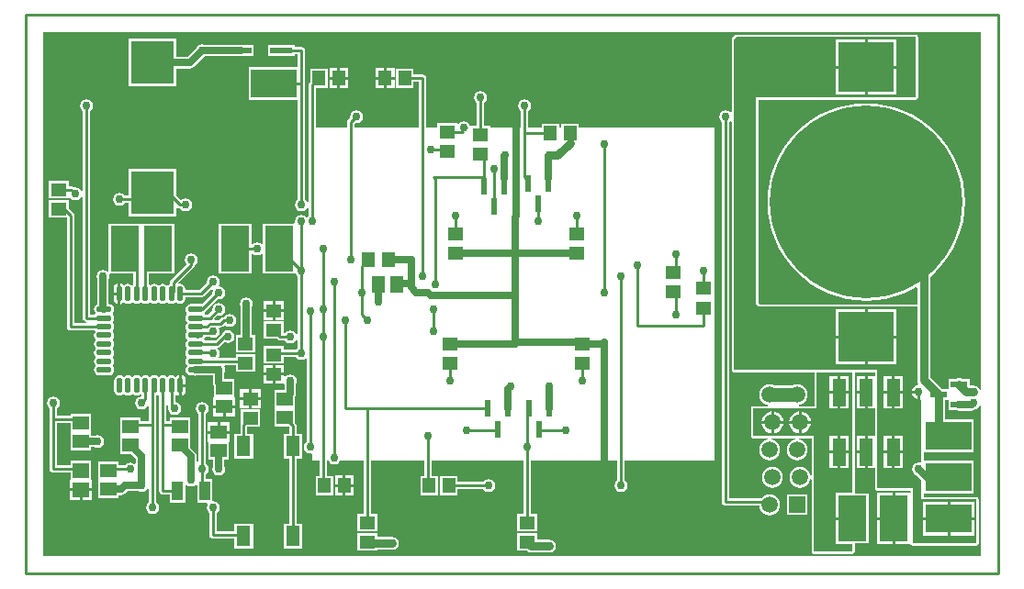
<source format=gbl>
G04 Layer_Physical_Order=2*
G04 Layer_Color=16711680*
%FSLAX25Y25*%
%MOIN*%
G70*
G01*
G75*
%ADD12R,0.05512X0.04724*%
%ADD14C,0.01000*%
%ADD15C,0.02500*%
%ADD16C,0.03000*%
%ADD20C,0.05905*%
%ADD21R,0.05905X0.05905*%
%ADD22C,0.03000*%
%ADD23R,0.04724X0.05512*%
%ADD24R,0.05118X0.05905*%
%ADD25R,0.03937X0.07087*%
%ADD26R,0.05118X0.07480*%
%ADD27O,0.02165X0.05709*%
%ADD28O,0.05709X0.02165*%
%ADD29R,0.10236X0.16535*%
%ADD30R,0.04724X0.09842*%
%ADD31R,0.05905X0.05512*%
%ADD32R,0.05905X0.05118*%
%ADD33R,0.16535X0.10236*%
%ADD34R,0.15748X0.15748*%
%ADD35R,0.07874X0.02362*%
%ADD36R,0.02362X0.05905*%
%ADD37R,0.05905X0.02362*%
%ADD38R,0.20000X0.18000*%
%ADD39C,0.70000*%
%ADD40C,0.05000*%
G36*
X346674Y66907D02*
X346175Y66857D01*
X346167Y66897D01*
X345658Y67658D01*
X344897Y68167D01*
X344000Y68345D01*
X342493D01*
Y70721D01*
X339915D01*
X339638Y70907D01*
X338740Y71085D01*
X337843Y70907D01*
X337565Y70721D01*
X334987D01*
Y66981D01*
X332595D01*
X328245Y71331D01*
Y107752D01*
X330345Y109655D01*
X332707Y112261D01*
X334803Y115087D01*
X336611Y118104D01*
X338115Y121283D01*
X339300Y124595D01*
X340154Y128007D01*
X340671Y131487D01*
X340843Y135000D01*
X340671Y138513D01*
X340154Y141993D01*
X339300Y145405D01*
X338115Y148717D01*
X336611Y151896D01*
X334803Y154913D01*
X332707Y157739D01*
X330345Y160345D01*
X327739Y162707D01*
X324913Y164803D01*
X321896Y166611D01*
X318717Y168115D01*
X315405Y169300D01*
X311993Y170154D01*
X308513Y170671D01*
X305000Y170843D01*
X301487Y170671D01*
X298007Y170154D01*
X294595Y169300D01*
X291283Y168115D01*
X288104Y166611D01*
X285087Y164803D01*
X282261Y162707D01*
X279655Y160345D01*
X277293Y157739D01*
X275198Y154913D01*
X273389Y151896D01*
X271885Y148717D01*
X270700Y145405D01*
X269846Y141993D01*
X269329Y138513D01*
X269157Y135000D01*
X269329Y131487D01*
X269846Y128007D01*
X270700Y124595D01*
X271885Y121283D01*
X273389Y118104D01*
X275198Y115087D01*
X277293Y112261D01*
X279655Y109655D01*
X282261Y107293D01*
X285087Y105198D01*
X288104Y103389D01*
X291283Y101885D01*
X294595Y100700D01*
X298007Y99846D01*
X301487Y99329D01*
X305000Y99157D01*
X308513Y99329D01*
X311993Y99846D01*
X315405Y100700D01*
X318717Y101885D01*
X321896Y103389D01*
X323120Y104122D01*
X323555Y103876D01*
Y97816D01*
X266338D01*
X265816Y98338D01*
Y172184D01*
X323000D01*
X323312Y172246D01*
X323577Y172423D01*
X323754Y172688D01*
X323816Y173000D01*
Y195000D01*
X323754Y195312D01*
X323577Y195577D01*
X323312Y195754D01*
X323000Y195816D01*
X258000D01*
X257688Y195754D01*
X257423Y195577D01*
X257423Y195577D01*
X256423Y194577D01*
X256246Y194312D01*
X256184Y194000D01*
X256184Y194000D01*
Y167771D01*
X255684Y167619D01*
X255658Y167658D01*
X254897Y168167D01*
X254000Y168345D01*
X253103Y168167D01*
X252342Y167658D01*
X251833Y166897D01*
X251655Y166000D01*
X251833Y165103D01*
X252342Y164342D01*
X252675Y164120D01*
Y26000D01*
X252775Y25493D01*
X253063Y25063D01*
X253493Y24775D01*
X254000Y24675D01*
X266258D01*
X266344Y24020D01*
X266722Y23107D01*
X267323Y22323D01*
X268107Y21722D01*
X269020Y21344D01*
X270000Y21215D01*
X270980Y21344D01*
X271893Y21722D01*
X272676Y22323D01*
X273278Y23107D01*
X273656Y24020D01*
X273785Y25000D01*
X273656Y25980D01*
X273278Y26893D01*
X272676Y27676D01*
X271893Y28278D01*
X270980Y28656D01*
X270000Y28785D01*
X269020Y28656D01*
X268107Y28278D01*
X267323Y27676D01*
X267054Y27325D01*
X255326D01*
Y164078D01*
X255722Y164369D01*
X256184Y164229D01*
Y74000D01*
X256246Y73688D01*
X256423Y73423D01*
X256688Y73246D01*
X257000Y73184D01*
X286184D01*
Y60816D01*
X280798D01*
X280766Y61316D01*
X280980Y61344D01*
X281893Y61722D01*
X282677Y62323D01*
X283278Y63107D01*
X283656Y64020D01*
X283785Y65000D01*
X283656Y65980D01*
X283278Y66893D01*
X282677Y67677D01*
X281893Y68278D01*
X280980Y68656D01*
X280000Y68785D01*
X279020Y68656D01*
X278229Y68328D01*
X271771D01*
X270980Y68656D01*
X270000Y68785D01*
X269020Y68656D01*
X268107Y68278D01*
X267323Y67677D01*
X266722Y66893D01*
X266344Y65980D01*
X266215Y65000D01*
X266344Y64020D01*
X266722Y63107D01*
X267323Y62323D01*
X268107Y61722D01*
X269020Y61344D01*
X269234Y61316D01*
X269202Y60816D01*
X264000D01*
X263688Y60754D01*
X263423Y60577D01*
X263246Y60312D01*
X263184Y60000D01*
Y50000D01*
X263246Y49688D01*
X263423Y49423D01*
X263688Y49246D01*
X264000Y49184D01*
X269202D01*
X269234Y48684D01*
X269020Y48656D01*
X268107Y48278D01*
X267323Y47677D01*
X266722Y46893D01*
X266344Y45980D01*
X266215Y45000D01*
X266344Y44020D01*
X266722Y43107D01*
X267323Y42323D01*
X268107Y41722D01*
X269020Y41344D01*
X270000Y41215D01*
X270980Y41344D01*
X271893Y41722D01*
X272676Y42323D01*
X273278Y43107D01*
X273656Y44020D01*
X273785Y45000D01*
X273656Y45980D01*
X273278Y46893D01*
X272676Y47677D01*
X271893Y48278D01*
X270980Y48656D01*
X270766Y48684D01*
X270798Y49184D01*
X279202D01*
X279234Y48684D01*
X279020Y48656D01*
X278107Y48278D01*
X277324Y47677D01*
X276722Y46893D01*
X276344Y45980D01*
X276215Y45000D01*
X276344Y44020D01*
X276722Y43107D01*
X277324Y42323D01*
X278107Y41722D01*
X279020Y41344D01*
X280000Y41215D01*
X280980Y41344D01*
X281893Y41722D01*
X282677Y42323D01*
X283278Y43107D01*
X283656Y44020D01*
X283785Y45000D01*
X283656Y45980D01*
X283278Y46893D01*
X282677Y47677D01*
X281893Y48278D01*
X280980Y48656D01*
X280766Y48684D01*
X280798Y49184D01*
X285184D01*
Y35798D01*
X284684Y35766D01*
X284656Y35980D01*
X284278Y36893D01*
X283677Y37677D01*
X282893Y38278D01*
X281980Y38656D01*
X281000Y38785D01*
X280020Y38656D01*
X279107Y38278D01*
X278324Y37677D01*
X277722Y36893D01*
X277344Y35980D01*
X277215Y35000D01*
X277344Y34020D01*
X277722Y33107D01*
X278324Y32324D01*
X279107Y31722D01*
X280020Y31344D01*
X281000Y31215D01*
X281980Y31344D01*
X282893Y31722D01*
X283677Y32324D01*
X284278Y33107D01*
X284656Y34020D01*
X284684Y34234D01*
X285184Y34202D01*
Y8000D01*
X285246Y7688D01*
X285423Y7423D01*
X285688Y7246D01*
X286000Y7184D01*
X300000D01*
X300312Y7246D01*
X300577Y7423D01*
X300754Y7688D01*
X300816Y8000D01*
Y10732D01*
X300980Y10932D01*
X305918D01*
Y29068D01*
X300980D01*
X300816Y29268D01*
Y36000D01*
Y73184D01*
X308184D01*
Y71748D01*
X305500D01*
Y65827D01*
Y59905D01*
X308184D01*
Y50094D01*
X305500D01*
Y44173D01*
Y38252D01*
X308184D01*
Y31000D01*
X308246Y30688D01*
X308423Y30423D01*
X308688Y30246D01*
X309000Y30184D01*
X321056D01*
X321161Y29750D01*
X320908Y29268D01*
X320684D01*
X315500D01*
Y20000D01*
Y10732D01*
X320767D01*
X321090Y10702D01*
X321423Y10423D01*
X321476Y10388D01*
X321688Y10246D01*
X322000Y10184D01*
X345000D01*
X345312Y10246D01*
X345577Y10423D01*
X345754Y10688D01*
X345816Y11000D01*
Y27000D01*
X345754Y27312D01*
X345577Y27577D01*
X345312Y27754D01*
X345000Y27816D01*
X325816D01*
Y28630D01*
X325932Y29082D01*
X344068D01*
Y40918D01*
X326234D01*
X325932Y40918D01*
X325816Y41370D01*
Y43630D01*
X325932Y44082D01*
X344068D01*
Y55918D01*
X333605D01*
Y63019D01*
X334987D01*
Y59279D01*
X338192D01*
X338740Y59170D01*
X343260D01*
X344060Y59329D01*
X344738Y59782D01*
X344753Y59805D01*
X344897Y59834D01*
X345658Y60342D01*
X346167Y61103D01*
X346175Y61143D01*
X346674Y61093D01*
Y6325D01*
X6325D01*
Y196675D01*
X346674D01*
Y66907D01*
D02*
G37*
G36*
X300000Y36000D02*
Y29268D01*
X293882D01*
Y20500D01*
X300000D01*
Y19500D01*
X293882D01*
Y10732D01*
X300000D01*
Y8000D01*
X286000D01*
Y50000D01*
X264000D01*
Y60000D01*
X287000D01*
Y73184D01*
X300000D01*
Y36000D01*
D02*
G37*
G36*
X323000Y173000D02*
X265000D01*
Y98000D01*
X266000Y97000D01*
X323555D01*
Y70360D01*
X323733Y69462D01*
X324026Y69025D01*
X324024Y68995D01*
X323773Y68504D01*
X323025Y68355D01*
X322198Y67802D01*
X321645Y66975D01*
X321550Y66500D01*
X324000D01*
Y66000D01*
X324500D01*
Y63551D01*
X325000Y63140D01*
Y40654D01*
X324500Y40246D01*
X324000Y40345D01*
X323103Y40167D01*
X322342Y39658D01*
X321833Y38897D01*
X321655Y38000D01*
X321833Y37103D01*
X322342Y36342D01*
X323103Y35833D01*
X323237Y35807D01*
X325000Y34044D01*
Y27000D01*
X345000D01*
Y11000D01*
X322000D01*
Y31000D01*
X309000D01*
Y74000D01*
X257000D01*
Y194000D01*
X258000Y195000D01*
X323000D01*
Y173000D01*
D02*
G37*
%LPC*%
G36*
X10000Y64345D02*
X9103Y64166D01*
X8342Y63658D01*
X7834Y62897D01*
X7655Y62000D01*
X7834Y61103D01*
X8342Y60342D01*
X8675Y60119D01*
Y56000D01*
Y38000D01*
X8775Y37493D01*
X9063Y37063D01*
X9493Y36775D01*
X10000Y36674D01*
X16247D01*
Y34213D01*
X16047D01*
Y30957D01*
X23953D01*
Y34213D01*
X23753D01*
Y41099D01*
X16247D01*
Y39325D01*
X11326D01*
Y54675D01*
X16247D01*
Y51334D01*
Y44641D01*
X23753D01*
Y45910D01*
X24988D01*
X25103Y45833D01*
X26000Y45655D01*
X26897Y45833D01*
X27658Y46342D01*
X28167Y47103D01*
X28345Y48000D01*
X28167Y48897D01*
X27658Y49658D01*
X26897Y50167D01*
X26000Y50345D01*
X25103Y50167D01*
X24988Y50090D01*
X23753D01*
Y51334D01*
Y58052D01*
X16247D01*
Y57326D01*
X11326D01*
Y60119D01*
X11658Y60342D01*
X12167Y61103D01*
X12345Y62000D01*
X12167Y62897D01*
X11658Y63658D01*
X10897Y64166D01*
X10000Y64345D01*
D02*
G37*
G36*
X85056Y59619D02*
X77944D01*
Y54689D01*
X77917Y54649D01*
X77816Y54142D01*
Y50879D01*
X75783D01*
Y41798D01*
X82501D01*
Y50879D01*
X80467D01*
Y53294D01*
X85056D01*
Y59619D01*
D02*
G37*
G36*
X304500Y50094D02*
X301638D01*
Y44673D01*
X304500D01*
Y50094D01*
D02*
G37*
G36*
X71500Y60154D02*
X68047D01*
Y57095D01*
X71500D01*
Y60154D01*
D02*
G37*
G36*
X75953D02*
X72500D01*
Y57095D01*
X75953D01*
Y60154D01*
D02*
G37*
G36*
X69500Y54905D02*
X66047D01*
Y51846D01*
X69500D01*
Y54905D01*
D02*
G37*
G36*
X73953D02*
X70500D01*
Y51846D01*
X73953D01*
Y54905D01*
D02*
G37*
G36*
X314500Y29268D02*
X308882D01*
Y20500D01*
X314500D01*
Y29268D01*
D02*
G37*
G36*
X283753Y28753D02*
X276247D01*
Y21247D01*
X283753D01*
Y28753D01*
D02*
G37*
G36*
X23953Y29957D02*
X20500D01*
Y26701D01*
X23953D01*
Y29957D01*
D02*
G37*
G36*
X19500D02*
X16047D01*
Y26701D01*
X19500D01*
Y29957D01*
D02*
G37*
G36*
X127556Y14619D02*
X120444D01*
Y8294D01*
X127556D01*
Y8655D01*
X133000D01*
X133897Y8833D01*
X134658Y9342D01*
X135167Y10103D01*
X135345Y11000D01*
X135167Y11897D01*
X134658Y12658D01*
X133897Y13167D01*
X133000Y13345D01*
X127556D01*
Y14619D01*
D02*
G37*
G36*
X185556D02*
X178444D01*
Y8294D01*
X181869D01*
X182559Y7834D01*
X183457Y7655D01*
X190000D01*
X190897Y7834D01*
X191658Y8342D01*
X192167Y9103D01*
X192345Y10000D01*
X192167Y10897D01*
X191658Y11658D01*
X190897Y12167D01*
X190000Y12345D01*
X185556D01*
Y14619D01*
D02*
G37*
G36*
X314500Y19500D02*
X308882D01*
Y10732D01*
X314500D01*
Y19500D01*
D02*
G37*
G36*
X115043Y31500D02*
X112181D01*
Y28244D01*
X115043D01*
Y31500D01*
D02*
G37*
G36*
X304500Y43673D02*
X301638D01*
Y38252D01*
X304500D01*
Y43673D01*
D02*
G37*
G36*
X73953Y50846D02*
X70000D01*
X66047D01*
Y47787D01*
X66247D01*
Y41295D01*
X67910D01*
Y39012D01*
X67834Y38897D01*
X67655Y38000D01*
X67834Y37103D01*
X68342Y36342D01*
X69103Y35833D01*
X70000Y35655D01*
X70897Y35833D01*
X71658Y36342D01*
X72167Y37103D01*
X72345Y38000D01*
X72167Y38897D01*
X72090Y39012D01*
Y41295D01*
X73753D01*
Y47787D01*
X73953D01*
Y50846D01*
D02*
G37*
G36*
X156674Y35556D02*
X150350D01*
Y28444D01*
X156674D01*
Y30674D01*
X166120D01*
X166342Y30342D01*
X167103Y29833D01*
X168000Y29655D01*
X168897Y29833D01*
X169658Y30342D01*
X170167Y31103D01*
X170345Y32000D01*
X170167Y32897D01*
X169658Y33658D01*
X168897Y34166D01*
X168000Y34345D01*
X167103Y34166D01*
X166342Y33658D01*
X166120Y33325D01*
X156674D01*
Y35556D01*
D02*
G37*
G36*
X118905Y31500D02*
X116043D01*
Y28244D01*
X118905D01*
Y31500D01*
D02*
G37*
G36*
X271000Y38785D02*
X270020Y38656D01*
X269107Y38278D01*
X268323Y37677D01*
X267722Y36893D01*
X267344Y35980D01*
X267215Y35000D01*
X267344Y34020D01*
X267722Y33107D01*
X268323Y32324D01*
X269107Y31722D01*
X270020Y31344D01*
X271000Y31215D01*
X271980Y31344D01*
X272893Y31722D01*
X273676Y32324D01*
X274278Y33107D01*
X274656Y34020D01*
X274785Y35000D01*
X274656Y35980D01*
X274278Y36893D01*
X273676Y37677D01*
X272893Y38278D01*
X271980Y38656D01*
X271000Y38785D01*
D02*
G37*
G36*
X118905Y35756D02*
X116043D01*
Y32500D01*
X118905D01*
Y35756D01*
D02*
G37*
G36*
X115043D02*
X112181D01*
Y32500D01*
X115043D01*
Y35756D01*
D02*
G37*
G36*
X304500Y65327D02*
X301638D01*
Y59905D01*
X304500D01*
Y65327D01*
D02*
G37*
G36*
X97501Y191981D02*
X88027D01*
Y188019D01*
X97501D01*
Y188674D01*
X98674D01*
Y183918D01*
X80932D01*
Y172082D01*
X98674D01*
Y135880D01*
X98342Y135658D01*
X97834Y134897D01*
X97655Y134000D01*
X97834Y133103D01*
X98342Y132342D01*
X99103Y131833D01*
X100000Y131655D01*
X100897Y131833D01*
X101658Y132342D01*
X102166Y133103D01*
X102174Y133143D01*
X102674Y133093D01*
Y129880D01*
X102342Y129658D01*
X102250Y129521D01*
X101750D01*
X101658Y129658D01*
X100897Y130167D01*
X100000Y130345D01*
X99103Y130167D01*
X98342Y129658D01*
X97834Y128897D01*
X97655Y128000D01*
X97741Y127568D01*
X97331Y127068D01*
X86082D01*
Y119856D01*
X85582Y119709D01*
X84897Y120167D01*
X84000Y120345D01*
X83103Y120167D01*
X82418Y119709D01*
X82123Y119796D01*
X81918Y119924D01*
Y127068D01*
X70082D01*
Y108932D01*
X81918D01*
Y116076D01*
X82123Y116204D01*
X82418Y116291D01*
X83103Y115833D01*
X84000Y115655D01*
X84897Y115833D01*
X85582Y116291D01*
X86082Y116144D01*
Y108932D01*
X97918D01*
X97918Y108932D01*
Y108932D01*
X98214Y108533D01*
X98342Y108342D01*
X98674Y108119D01*
Y86907D01*
X98175Y86857D01*
X98167Y86897D01*
X97658Y87658D01*
X96897Y88166D01*
X96000Y88345D01*
X95103Y88166D01*
X94342Y87658D01*
X94120Y87326D01*
X93556D01*
Y91619D01*
X86444D01*
Y85295D01*
X91288D01*
X91519Y85063D01*
X91949Y84775D01*
X92457Y84675D01*
X94120D01*
X94342Y84342D01*
X95103Y83833D01*
X96000Y83655D01*
X96897Y83833D01*
X97658Y84342D01*
X98167Y85103D01*
X98175Y85143D01*
X98674Y85093D01*
Y81880D01*
X98342Y81658D01*
X98119Y81326D01*
X93556D01*
Y82705D01*
X86444D01*
Y76381D01*
X93556D01*
Y78675D01*
X98119D01*
X98342Y78342D01*
X99103Y77833D01*
X100000Y77655D01*
X100897Y77833D01*
X101450Y78202D01*
X101950Y77946D01*
Y47881D01*
X101617Y47658D01*
X101109Y46897D01*
X100930Y46000D01*
X101109Y45103D01*
X101617Y44342D01*
X102378Y43833D01*
X103275Y43655D01*
X103613Y43722D01*
X104000Y43405D01*
Y41000D01*
X106675D01*
Y35556D01*
X105295D01*
Y28444D01*
X111619D01*
Y35556D01*
X109326D01*
Y41000D01*
X109902D01*
X110342Y40342D01*
X111103Y39833D01*
X112000Y39655D01*
X112897Y39833D01*
X113658Y40342D01*
X114098Y41000D01*
X122675D01*
Y21705D01*
X120444D01*
Y15381D01*
X127556D01*
Y21705D01*
X125326D01*
Y41000D01*
X144675D01*
Y35556D01*
X143263D01*
Y28444D01*
X149588D01*
Y35556D01*
X147326D01*
Y41000D01*
X180675D01*
Y21705D01*
X178444D01*
Y15381D01*
X185556D01*
Y21705D01*
X183326D01*
Y41000D01*
X214674D01*
Y33880D01*
X214342Y33658D01*
X213833Y32897D01*
X213655Y32000D01*
X213833Y31103D01*
X214342Y30342D01*
X215103Y29833D01*
X216000Y29655D01*
X216897Y29833D01*
X217658Y30342D01*
X218167Y31103D01*
X218345Y32000D01*
X218167Y32897D01*
X217658Y33658D01*
X217325Y33880D01*
Y41000D01*
X250000D01*
Y162000D01*
X200706D01*
Y163556D01*
X194381D01*
Y162000D01*
X193619D01*
Y163556D01*
X187294D01*
Y162000D01*
X182325D01*
Y168120D01*
X182658Y168342D01*
X183167Y169103D01*
X183345Y170000D01*
X183167Y170897D01*
X182658Y171658D01*
X181897Y172167D01*
X181000Y172345D01*
X180103Y172167D01*
X179342Y171658D01*
X178833Y170897D01*
X178655Y170000D01*
X178833Y169103D01*
X179342Y168342D01*
X179674Y168120D01*
Y162000D01*
X168556D01*
Y162706D01*
X166325D01*
Y171119D01*
X166658Y171342D01*
X167167Y172103D01*
X167345Y173000D01*
X167167Y173897D01*
X166658Y174658D01*
X165897Y175167D01*
X165000Y175345D01*
X164103Y175167D01*
X163342Y174658D01*
X162833Y173897D01*
X162655Y173000D01*
X162833Y172103D01*
X163342Y171342D01*
X163674Y171119D01*
Y162706D01*
X161444D01*
X161099Y163063D01*
X160702Y163658D01*
X159941Y164167D01*
X159043Y164345D01*
X158146Y164167D01*
X157385Y163658D01*
X157056Y163165D01*
X156556Y163317D01*
Y163706D01*
X149444D01*
Y162000D01*
X145326D01*
Y180000D01*
X145225Y180507D01*
X144937Y180937D01*
X144507Y181225D01*
X144000Y181325D01*
X140706D01*
Y183556D01*
X134381D01*
Y176444D01*
X140706D01*
Y178674D01*
X142675D01*
Y162000D01*
X119325D01*
Y163366D01*
X119718Y163711D01*
X120000Y163655D01*
X120897Y163833D01*
X121658Y164342D01*
X122167Y165103D01*
X122345Y166000D01*
X122167Y166897D01*
X121658Y167658D01*
X120897Y168167D01*
X120000Y168345D01*
X119103Y168167D01*
X118342Y167658D01*
X117833Y166897D01*
X117655Y166000D01*
X117733Y165608D01*
X117063Y164937D01*
X116775Y164507D01*
X116674Y164000D01*
Y162000D01*
X105325D01*
Y176444D01*
X109619D01*
Y183556D01*
X103295D01*
Y178712D01*
X103063Y178481D01*
X102775Y178050D01*
X102674Y177543D01*
Y134907D01*
X102174Y134857D01*
X102166Y134897D01*
X101658Y135658D01*
X101326Y135880D01*
Y178000D01*
Y190000D01*
X101225Y190507D01*
X100937Y190937D01*
X100507Y191225D01*
X100000Y191325D01*
X97501D01*
Y191981D01*
D02*
G37*
G36*
X33476Y105429D02*
X33164Y105367D01*
X32475Y104907D01*
X32015Y104218D01*
X31853Y103405D01*
Y102134D01*
X33476D01*
Y105429D01*
D02*
G37*
G36*
X54674Y147052D02*
X37326D01*
Y137326D01*
X35881D01*
X35658Y137658D01*
X34897Y138167D01*
X34000Y138345D01*
X33103Y138167D01*
X32342Y137658D01*
X31833Y136897D01*
X31655Y136000D01*
X31833Y135103D01*
X32342Y134342D01*
X33103Y133833D01*
X34000Y133655D01*
X34897Y133833D01*
X35658Y134342D01*
X35881Y134675D01*
X37326D01*
Y129704D01*
X54674D01*
Y132813D01*
X55174Y132988D01*
X55493Y132775D01*
X56000Y132675D01*
X56120D01*
X56342Y132342D01*
X57103Y131833D01*
X58000Y131655D01*
X58897Y131833D01*
X59658Y132342D01*
X60167Y133103D01*
X60345Y134000D01*
X60167Y134897D01*
X59658Y135658D01*
X58897Y136167D01*
X58000Y136345D01*
X57103Y136167D01*
X56342Y135658D01*
X56227Y135647D01*
X54674Y137200D01*
Y147052D01*
D02*
G37*
G36*
X22000Y172345D02*
X21103Y172167D01*
X20342Y171658D01*
X19833Y170897D01*
X19655Y170000D01*
X19833Y169103D01*
X20342Y168342D01*
X20674Y168120D01*
Y138907D01*
X20175Y138857D01*
X20167Y138897D01*
X19658Y139658D01*
X18897Y140167D01*
X18000Y140345D01*
X17607Y140267D01*
X17394Y140481D01*
X16964Y140768D01*
X16457Y140869D01*
X15556D01*
Y142706D01*
X8444D01*
Y136381D01*
X15556D01*
Y136618D01*
X16056Y136770D01*
X16342Y136342D01*
X17103Y135833D01*
X18000Y135655D01*
X18897Y135833D01*
X19658Y136342D01*
X20167Y137103D01*
X20175Y137143D01*
X20674Y137093D01*
Y92874D01*
X20775Y92367D01*
X21063Y91937D01*
X21493Y91649D01*
X22000Y91549D01*
X21997Y91050D01*
X17601D01*
Y130181D01*
X17500Y130688D01*
X17213Y131118D01*
X15556Y132775D01*
Y135619D01*
X8444D01*
Y129295D01*
X14950D01*
Y89724D01*
X15051Y89217D01*
X15338Y88787D01*
X15768Y88500D01*
X16276Y88399D01*
X24876D01*
X25180Y87959D01*
X25160Y87817D01*
X24821Y87309D01*
X24675Y86575D01*
X24821Y85840D01*
X25237Y85217D01*
Y84782D01*
X24821Y84160D01*
X24675Y83425D01*
X24821Y82691D01*
X25160Y82183D01*
X25207Y81850D01*
X25160Y81518D01*
X24821Y81010D01*
X24675Y80276D01*
X24821Y79541D01*
X25160Y79033D01*
X25207Y78701D01*
X25160Y78368D01*
X24821Y77861D01*
X24675Y77126D01*
X24821Y76391D01*
X25237Y75769D01*
Y75334D01*
X24821Y74711D01*
X24675Y73976D01*
X24821Y73242D01*
X25237Y72619D01*
X25860Y72203D01*
X26594Y72057D01*
X30138D01*
X30872Y72203D01*
X31495Y72619D01*
X31911Y73242D01*
X32057Y73976D01*
X31911Y74711D01*
X31495Y75334D01*
Y75769D01*
X31911Y76391D01*
X32057Y77126D01*
X31911Y77861D01*
X31572Y78368D01*
X31525Y78701D01*
X31572Y79033D01*
X31911Y79541D01*
X32057Y80276D01*
X31911Y81010D01*
X31572Y81518D01*
X31525Y81850D01*
X31572Y82183D01*
X31911Y82691D01*
X32057Y83425D01*
X31911Y84160D01*
X31495Y84782D01*
Y85217D01*
X31911Y85840D01*
X32057Y86575D01*
X31911Y87309D01*
X31572Y87817D01*
X31525Y88150D01*
X31572Y88482D01*
X31911Y88990D01*
X32057Y89724D01*
X31911Y90459D01*
X31495Y91082D01*
Y91517D01*
X31911Y92139D01*
X32057Y92874D01*
X31911Y93609D01*
X31572Y94116D01*
X31525Y94449D01*
X31572Y94781D01*
X31911Y95289D01*
X32057Y96024D01*
X31911Y96758D01*
X31495Y97381D01*
X30872Y97797D01*
X30138Y97943D01*
X30090D01*
Y106988D01*
X30167Y107103D01*
X30345Y108000D01*
X30259Y108432D01*
X30669Y108932D01*
X38950D01*
Y104964D01*
X38624Y104824D01*
X38450Y104785D01*
X37861Y105179D01*
X37126Y105325D01*
X36391Y105179D01*
X35769Y104763D01*
X35330Y105006D01*
X34789Y105367D01*
X34476Y105429D01*
Y101634D01*
Y97838D01*
X34789Y97900D01*
X35330Y98262D01*
X35769Y98505D01*
X36391Y98089D01*
X37126Y97943D01*
X37861Y98089D01*
X38483Y98505D01*
X38918D01*
X39541Y98089D01*
X40276Y97943D01*
X41010Y98089D01*
X41518Y98428D01*
X41850Y98475D01*
X42183Y98428D01*
X42691Y98089D01*
X43425Y97943D01*
X44160Y98089D01*
X44668Y98428D01*
X45000Y98475D01*
X45333Y98428D01*
X45840Y98089D01*
X46575Y97943D01*
X47309Y98089D01*
X47817Y98428D01*
X48150Y98475D01*
X48482Y98428D01*
X48990Y98089D01*
X49724Y97943D01*
X50459Y98089D01*
X50967Y98428D01*
X51299Y98475D01*
X51632Y98428D01*
X52139Y98089D01*
X52874Y97943D01*
X53609Y98089D01*
X54116Y98428D01*
X54449Y98475D01*
X54781Y98428D01*
X55289Y98089D01*
X56024Y97943D01*
X56758Y98089D01*
X57381Y98505D01*
X57797Y99128D01*
X57943Y99862D01*
Y100308D01*
X63634D01*
X64141Y100409D01*
X64571Y100697D01*
X67332Y103457D01*
X67580Y103418D01*
X67830Y102904D01*
X67828Y102872D01*
X67655Y102000D01*
X67733Y101608D01*
X63959Y97833D01*
X63406Y97943D01*
X59862D01*
X59128Y97797D01*
X58505Y97381D01*
X58089Y96758D01*
X57943Y96024D01*
X58089Y95289D01*
X58428Y94781D01*
X58474Y94449D01*
X58428Y94116D01*
X58089Y93609D01*
X57943Y92874D01*
X58089Y92139D01*
X58505Y91517D01*
Y91082D01*
X58089Y90459D01*
X57943Y89724D01*
X58089Y88990D01*
X58428Y88482D01*
X58474Y88150D01*
X58428Y87817D01*
X58089Y87309D01*
X57943Y86575D01*
X58089Y85840D01*
X58505Y85217D01*
Y84782D01*
X58089Y84160D01*
X57943Y83425D01*
X58089Y82691D01*
X58428Y82183D01*
X58474Y81850D01*
X58428Y81518D01*
X58089Y81010D01*
X57943Y80276D01*
X58089Y79541D01*
X58428Y79033D01*
X58474Y78701D01*
X58428Y78368D01*
X58089Y77861D01*
X57943Y77126D01*
X58089Y76391D01*
X58505Y75769D01*
Y75334D01*
X58089Y74711D01*
X57943Y73976D01*
X58089Y73242D01*
X58505Y72619D01*
X59128Y72203D01*
X59862Y72057D01*
X60817D01*
X60834Y72045D01*
X61634Y71886D01*
X61719Y71903D01*
X64703D01*
X64703Y71903D01*
X64737Y71910D01*
X67910D01*
Y69346D01*
X67910Y69346D01*
X68069Y68547D01*
X68247Y68280D01*
Y64213D01*
X68047D01*
Y61154D01*
X75953D01*
Y64213D01*
X75753D01*
Y70705D01*
X72090D01*
Y72988D01*
X72167Y73103D01*
X72345Y74000D01*
X72167Y74897D01*
X71897Y75301D01*
X72164Y75801D01*
X76244D01*
Y73295D01*
X83356D01*
Y79619D01*
X76244D01*
Y78451D01*
X70262D01*
X70026Y78892D01*
X70166Y79103D01*
X70345Y80000D01*
X70166Y80897D01*
X69658Y81658D01*
X69789Y82172D01*
X69932Y82201D01*
X70363Y82488D01*
X72086Y84212D01*
X72503Y83934D01*
X73400Y83755D01*
X74297Y83934D01*
X75058Y84442D01*
X75567Y85203D01*
X75745Y86100D01*
X75567Y86997D01*
X75058Y87758D01*
X74297Y88266D01*
X73400Y88445D01*
X72503Y88266D01*
X71742Y87758D01*
X71338Y87155D01*
X71163Y87037D01*
X68876Y84751D01*
X64964D01*
X64824Y85077D01*
X64785Y85251D01*
X65179Y85840D01*
X65214Y86016D01*
X66829D01*
X67103Y85834D01*
X68000Y85655D01*
X68897Y85834D01*
X69658Y86342D01*
X70166Y87103D01*
X70345Y88000D01*
X70166Y88897D01*
X70076Y89034D01*
X70311Y89474D01*
X70800D01*
X71307Y89575D01*
X71737Y89863D01*
X72228Y90353D01*
X72342Y90342D01*
X73103Y89833D01*
X74000Y89655D01*
X74897Y89833D01*
X75658Y90342D01*
X76166Y91103D01*
X76345Y92000D01*
X76166Y92897D01*
X75658Y93658D01*
X74897Y94166D01*
X74000Y94345D01*
X73103Y94166D01*
X72342Y93658D01*
X72119Y93326D01*
X72000D01*
X71493Y93225D01*
X71063Y92937D01*
X70251Y92125D01*
X68653D01*
X68462Y92587D01*
X69608Y93733D01*
X70000Y93655D01*
X70897Y93834D01*
X71658Y94342D01*
X72167Y95103D01*
X72345Y96000D01*
X72167Y96897D01*
X71658Y97658D01*
X70897Y98167D01*
X70000Y98345D01*
X69103Y98167D01*
X68342Y97658D01*
X67834Y96897D01*
X67655Y96000D01*
X67733Y95608D01*
X66325Y94200D01*
X65124D01*
X64820Y94640D01*
X64840Y94781D01*
X65179Y95289D01*
X65183Y95308D01*
X69608Y99733D01*
X70000Y99655D01*
X70897Y99834D01*
X71658Y100342D01*
X72167Y101103D01*
X72345Y102000D01*
X72167Y102897D01*
X71658Y103658D01*
X70897Y104167D01*
X70231Y104299D01*
X69979Y104795D01*
X69978Y104820D01*
X70166Y105103D01*
X70345Y106000D01*
X70166Y106897D01*
X69658Y107658D01*
X68897Y108167D01*
X68000Y108345D01*
X67103Y108167D01*
X66342Y107658D01*
X65833Y106897D01*
X65655Y106000D01*
X65733Y105607D01*
X63085Y102959D01*
X57943D01*
Y103405D01*
X57797Y104140D01*
X57381Y104763D01*
X56758Y105179D01*
X56024Y105325D01*
X55694Y105260D01*
X55448Y105720D01*
X60937Y111210D01*
X61225Y111640D01*
X61319Y112115D01*
X61658Y112342D01*
X62167Y113103D01*
X62345Y114000D01*
X62167Y114897D01*
X61658Y115658D01*
X60897Y116167D01*
X60000Y116345D01*
X59103Y116167D01*
X58342Y115658D01*
X57833Y114897D01*
X57655Y114000D01*
X57833Y113103D01*
X58333Y112355D01*
X52704Y106725D01*
X52416Y106295D01*
X52315Y105788D01*
Y105214D01*
X52139Y105179D01*
X51632Y104840D01*
X51299Y104793D01*
X50967Y104840D01*
X50459Y105179D01*
X49724Y105325D01*
X48990Y105179D01*
X48482Y104840D01*
X48150Y104793D01*
X47817Y104840D01*
X47309Y105179D01*
X46575Y105325D01*
X45840Y105179D01*
X45333Y104840D01*
X45191Y104820D01*
X44751Y105124D01*
Y108932D01*
X53918D01*
Y127068D01*
X42082D01*
Y127068D01*
X41918D01*
Y127068D01*
X30082D01*
Y109856D01*
X29582Y109709D01*
X28897Y110167D01*
X28000Y110345D01*
X27103Y110167D01*
X26342Y109658D01*
X25833Y108897D01*
X25655Y108000D01*
X25833Y107103D01*
X25910Y106988D01*
Y97807D01*
X25860Y97797D01*
X25237Y97381D01*
X24821Y96758D01*
X24675Y96024D01*
X24821Y95289D01*
X25160Y94781D01*
X25180Y94640D01*
X24876Y94200D01*
X23325D01*
Y168120D01*
X23658Y168342D01*
X24167Y169103D01*
X24345Y170000D01*
X24167Y170897D01*
X23658Y171658D01*
X22897Y172167D01*
X22000Y172345D01*
D02*
G37*
G36*
X33476Y101134D02*
X31853D01*
Y99862D01*
X32015Y99050D01*
X32475Y98361D01*
X33164Y97900D01*
X33476Y97838D01*
Y101134D01*
D02*
G37*
G36*
X89500Y95043D02*
X86244D01*
Y92181D01*
X89500D01*
Y95043D01*
D02*
G37*
G36*
X93756D02*
X90500D01*
Y92181D01*
X93756D01*
Y95043D01*
D02*
G37*
G36*
Y98905D02*
X90500D01*
Y96043D01*
X93756D01*
Y98905D01*
D02*
G37*
G36*
X89500D02*
X86244D01*
Y96043D01*
X89500D01*
Y98905D01*
D02*
G37*
G36*
X133819Y183756D02*
X130957D01*
Y180500D01*
X133819D01*
Y183756D01*
D02*
G37*
G36*
X116905Y183756D02*
X114043D01*
Y180500D01*
X116905D01*
Y183756D01*
D02*
G37*
G36*
X54674Y194296D02*
X37326D01*
Y176948D01*
X54674D01*
Y183532D01*
X59622D01*
X59622Y183532D01*
X60422Y183691D01*
X61100Y184144D01*
X64763Y187807D01*
X64897Y187833D01*
X65012Y187910D01*
X78000D01*
X78548Y188019D01*
X82737D01*
Y191981D01*
X78548D01*
X78000Y192090D01*
X65012D01*
X64897Y192167D01*
X64000Y192345D01*
X63103Y192167D01*
X62342Y191658D01*
X61834Y190897D01*
X61807Y190763D01*
X58756Y187712D01*
X54674D01*
Y194296D01*
D02*
G37*
G36*
X113043Y183756D02*
X110181D01*
Y180500D01*
X113043D01*
Y183756D01*
D02*
G37*
G36*
X116905Y179500D02*
X114043D01*
Y176244D01*
X116905D01*
Y179500D01*
D02*
G37*
G36*
X113043D02*
X110181D01*
Y176244D01*
X113043D01*
Y179500D01*
D02*
G37*
G36*
X129957D02*
X127094D01*
Y176244D01*
X129957D01*
Y179500D01*
D02*
G37*
G36*
Y183756D02*
X127094D01*
Y180500D01*
X129957D01*
Y183756D01*
D02*
G37*
G36*
X133819Y179500D02*
X130957D01*
Y176244D01*
X133819D01*
Y179500D01*
D02*
G37*
G36*
X58147Y67866D02*
X56524D01*
Y64570D01*
X56836Y64633D01*
X57525Y65093D01*
X57986Y65782D01*
X58147Y66594D01*
Y67866D01*
D02*
G37*
G36*
X85256Y66905D02*
X82000D01*
Y64043D01*
X85256D01*
Y66905D01*
D02*
G37*
G36*
X304500Y71748D02*
X301638D01*
Y66327D01*
X304500D01*
Y71748D01*
D02*
G37*
G36*
X81000Y66905D02*
X77744D01*
Y64043D01*
X81000D01*
Y66905D01*
D02*
G37*
G36*
Y63043D02*
X77744D01*
Y60181D01*
X81000D01*
Y63043D01*
D02*
G37*
G36*
X85256D02*
X82000D01*
Y60181D01*
X85256D01*
Y63043D01*
D02*
G37*
G36*
X93756Y75819D02*
X90500D01*
Y72957D01*
X93756D01*
Y75819D01*
D02*
G37*
G36*
X80000Y100345D02*
X79103Y100166D01*
X78342Y99658D01*
X77833Y98897D01*
X77655Y98000D01*
X77833Y97103D01*
X77910Y96988D01*
Y86705D01*
X76244D01*
Y80381D01*
X83356D01*
Y86705D01*
X82090D01*
Y96988D01*
X82166Y97103D01*
X82345Y98000D01*
X82166Y98897D01*
X81658Y99658D01*
X80897Y100166D01*
X80000Y100345D01*
D02*
G37*
G36*
X89500Y75819D02*
X86244D01*
Y72957D01*
X89500D01*
Y75819D01*
D02*
G37*
G36*
X56524Y72162D02*
Y68866D01*
X58147D01*
Y70138D01*
X57986Y70950D01*
X57525Y71639D01*
X56836Y72100D01*
X56524Y72162D01*
D02*
G37*
G36*
X89500Y71957D02*
X86244D01*
Y69095D01*
X89500D01*
Y71957D01*
D02*
G37*
G36*
X96000Y72345D02*
X95103Y72167D01*
X94342Y71658D01*
X94256Y71530D01*
X93756Y71681D01*
Y71957D01*
X90500D01*
Y69095D01*
X93756D01*
X93910Y68658D01*
Y66706D01*
X90247D01*
Y59987D01*
Y53294D01*
X95485D01*
X95533Y53246D01*
Y50879D01*
X93499D01*
Y41798D01*
X95533D01*
Y18202D01*
X93499D01*
Y9121D01*
X100217D01*
Y18202D01*
X98184D01*
Y41798D01*
X100217D01*
Y50879D01*
X98184D01*
Y53795D01*
X98083Y54303D01*
X97795Y54733D01*
X97753Y54775D01*
Y59987D01*
Y64280D01*
X97931Y64547D01*
X98090Y65346D01*
X98090Y65346D01*
Y68988D01*
X98167Y69103D01*
X98345Y70000D01*
X98167Y70897D01*
X97658Y71658D01*
X96897Y72167D01*
X96000Y72345D01*
D02*
G37*
G36*
X55524Y72162D02*
X55211Y72100D01*
X54670Y71738D01*
X54231Y71495D01*
X53609Y71911D01*
X52874Y72057D01*
X52139Y71911D01*
X51632Y71572D01*
X51299Y71526D01*
X50967Y71572D01*
X50459Y71911D01*
X49724Y72057D01*
X48990Y71911D01*
X48482Y71572D01*
X48150Y71526D01*
X47817Y71572D01*
X47309Y71911D01*
X46575Y72057D01*
X45840Y71911D01*
X45333Y71572D01*
X45000Y71526D01*
X44668Y71572D01*
X44160Y71911D01*
X43425Y72057D01*
X42691Y71911D01*
X42183Y71572D01*
X41850Y71526D01*
X41518Y71572D01*
X41010Y71911D01*
X40276Y72057D01*
X39541Y71911D01*
X39033Y71572D01*
X38701Y71526D01*
X38368Y71572D01*
X37861Y71911D01*
X37126Y72057D01*
X36391Y71911D01*
X35884Y71572D01*
X35551Y71526D01*
X35219Y71572D01*
X34711Y71911D01*
X33976Y72057D01*
X33242Y71911D01*
X32619Y71495D01*
X32203Y70872D01*
X32057Y70138D01*
Y66594D01*
X32203Y65860D01*
X32619Y65237D01*
X33242Y64821D01*
X33976Y64675D01*
X34711Y64821D01*
X35219Y65160D01*
X35551Y65207D01*
X35884Y65160D01*
X36391Y64821D01*
X37126Y64675D01*
X37861Y64821D01*
X38483Y65237D01*
X38918D01*
X39541Y64821D01*
X40276Y64675D01*
X41010Y64821D01*
X41518Y65160D01*
X41660Y65180D01*
X42066Y64899D01*
X42077Y64408D01*
X42000Y64345D01*
X41103Y64166D01*
X40342Y63658D01*
X39833Y62897D01*
X39655Y62000D01*
X39833Y61103D01*
X40342Y60342D01*
X41103Y59834D01*
X42000Y59655D01*
X42897Y59834D01*
X43658Y60342D01*
X44167Y61103D01*
X44175Y61143D01*
X44675Y61093D01*
Y55326D01*
X41753D01*
Y56705D01*
X34247D01*
Y49987D01*
Y43295D01*
X38403D01*
X39910Y41788D01*
Y40091D01*
X39410Y39824D01*
X38897Y40167D01*
X38000Y40345D01*
X37103Y40167D01*
X36342Y39658D01*
X36119Y39325D01*
X33753D01*
Y40705D01*
X26247D01*
Y33987D01*
Y27294D01*
X33753D01*
Y28563D01*
X34653D01*
X34654Y28563D01*
X35453Y28723D01*
X36132Y29176D01*
X36866Y29910D01*
X40988D01*
X41103Y29833D01*
X42000Y29655D01*
X42897Y29833D01*
X43658Y30342D01*
X44167Y31103D01*
X44175Y31143D01*
X44675Y31093D01*
Y25881D01*
X44342Y25658D01*
X43833Y24897D01*
X43655Y24000D01*
X43833Y23103D01*
X44342Y22342D01*
X45103Y21833D01*
X46000Y21655D01*
X46897Y21833D01*
X47658Y22342D01*
X48167Y23103D01*
X48345Y24000D01*
X48167Y24897D01*
X47658Y25658D01*
X47326Y25881D01*
Y54000D01*
Y64832D01*
X47817Y65160D01*
X47959Y65180D01*
X48399Y64876D01*
Y54000D01*
Y30000D01*
X48500Y29493D01*
X48787Y29063D01*
X49217Y28775D01*
X49724Y28675D01*
X52310D01*
Y25657D01*
X57847D01*
Y32221D01*
X58326Y32366D01*
X58342Y32342D01*
X59103Y31833D01*
X60000Y31655D01*
X60897Y31833D01*
X61658Y32342D01*
X61674Y32366D01*
X62153Y32221D01*
Y25657D01*
X65810D01*
X66046Y25216D01*
X65833Y24897D01*
X65655Y24000D01*
X65833Y23103D01*
X66342Y22342D01*
X66675Y22119D01*
Y14000D01*
X66775Y13493D01*
X67063Y13063D01*
X67493Y12775D01*
X68000Y12675D01*
X75783D01*
Y9121D01*
X82501D01*
Y18202D01*
X75783D01*
Y15326D01*
X69326D01*
Y22119D01*
X69658Y22342D01*
X70166Y23103D01*
X70345Y24000D01*
X70166Y24897D01*
X69658Y25658D01*
X68897Y26167D01*
X68000Y26345D01*
X67690Y26600D01*
Y34343D01*
X65325D01*
Y36119D01*
X65658Y36342D01*
X66167Y37103D01*
X66345Y38000D01*
X66167Y38897D01*
X65658Y39658D01*
X65325Y39880D01*
Y58119D01*
X65658Y58342D01*
X66167Y59103D01*
X66345Y60000D01*
X66167Y60897D01*
X65658Y61658D01*
X64897Y62167D01*
X64000Y62345D01*
X63103Y62167D01*
X62342Y61658D01*
X61834Y60897D01*
X61655Y60000D01*
X61834Y59103D01*
X62342Y58342D01*
X62674Y58119D01*
Y40346D01*
X62590Y40295D01*
X62090Y40579D01*
Y42654D01*
X61931Y43453D01*
X61478Y44131D01*
X61478Y44131D01*
X59753Y45857D01*
Y49987D01*
Y56705D01*
X52247D01*
Y55326D01*
X51050D01*
Y61123D01*
X51549Y61126D01*
X51649Y60619D01*
X51749Y60470D01*
X51655Y60000D01*
X51833Y59103D01*
X52342Y58342D01*
X53103Y57833D01*
X54000Y57655D01*
X54897Y57833D01*
X55658Y58342D01*
X56166Y59103D01*
X56345Y60000D01*
X56166Y60897D01*
X55658Y61658D01*
X54897Y62167D01*
X54199Y62305D01*
Y64744D01*
X54699Y64974D01*
X55211Y64633D01*
X55524Y64570D01*
Y68366D01*
Y72162D01*
D02*
G37*
G36*
X280500Y54500D02*
X277079D01*
X277149Y53968D01*
X277547Y53007D01*
X278181Y52181D01*
X279007Y51547D01*
X279968Y51149D01*
X280500Y51079D01*
Y54500D01*
D02*
G37*
G36*
X270500D02*
X267079D01*
X267149Y53968D01*
X267547Y53007D01*
X268181Y52181D01*
X269007Y51547D01*
X269968Y51149D01*
X270500Y51079D01*
Y54500D01*
D02*
G37*
G36*
X294657Y50094D02*
X291795D01*
Y44673D01*
X294657D01*
Y50094D01*
D02*
G37*
G36*
X298520D02*
X295657D01*
Y44673D01*
X298520D01*
Y50094D01*
D02*
G37*
G36*
X274921Y54500D02*
X271500D01*
Y51079D01*
X272032Y51149D01*
X272993Y51547D01*
X273819Y52181D01*
X274453Y53007D01*
X274851Y53968D01*
X274921Y54500D01*
D02*
G37*
G36*
X281500Y58921D02*
Y55500D01*
X284921D01*
X284851Y56032D01*
X284453Y56993D01*
X283819Y57819D01*
X282993Y58453D01*
X282032Y58851D01*
X281500Y58921D01*
D02*
G37*
G36*
X298520Y65327D02*
X295657D01*
Y59905D01*
X298520D01*
Y65327D01*
D02*
G37*
G36*
X294657D02*
X291795D01*
Y59905D01*
X294657D01*
Y65327D01*
D02*
G37*
G36*
X271500Y58921D02*
Y55500D01*
X274921D01*
X274851Y56032D01*
X274453Y56993D01*
X273819Y57819D01*
X272993Y58453D01*
X272032Y58851D01*
X271500Y58921D01*
D02*
G37*
G36*
X284921Y54500D02*
X281500D01*
Y51079D01*
X282032Y51149D01*
X282993Y51547D01*
X283819Y52181D01*
X284453Y53007D01*
X284851Y53968D01*
X284921Y54500D01*
D02*
G37*
G36*
X280500Y58921D02*
X279968Y58851D01*
X279007Y58453D01*
X278181Y57819D01*
X277547Y56993D01*
X277149Y56032D01*
X277079Y55500D01*
X280500D01*
Y58921D01*
D02*
G37*
G36*
X270500D02*
X269968Y58851D01*
X269007Y58453D01*
X268181Y57819D01*
X267547Y56993D01*
X267149Y56032D01*
X267079Y55500D01*
X270500D01*
Y58921D01*
D02*
G37*
G36*
X298520Y43673D02*
X295657D01*
Y38252D01*
X298520D01*
Y43673D01*
D02*
G37*
G36*
X294657D02*
X291795D01*
Y38252D01*
X294657D01*
Y43673D01*
D02*
G37*
G36*
Y71748D02*
X291795D01*
Y66327D01*
X294657D01*
Y71748D01*
D02*
G37*
G36*
X298520D02*
X295657D01*
Y66327D01*
X298520D01*
Y71748D01*
D02*
G37*
G36*
X318205Y50094D02*
X315342D01*
Y44673D01*
X318205D01*
Y50094D01*
D02*
G37*
G36*
X314342D02*
X311480D01*
Y44673D01*
X314342D01*
Y50094D01*
D02*
G37*
G36*
X344268Y26118D02*
X335500D01*
Y20500D01*
X344268D01*
Y26118D01*
D02*
G37*
G36*
X334500D02*
X325732D01*
Y20500D01*
X334500D01*
Y26118D01*
D02*
G37*
G36*
X344268Y19500D02*
X335500D01*
Y13882D01*
X344268D01*
Y19500D01*
D02*
G37*
G36*
X334500D02*
X325732D01*
Y13882D01*
X334500D01*
Y19500D01*
D02*
G37*
G36*
X318205Y43673D02*
X315342D01*
Y38252D01*
X318205D01*
Y43673D01*
D02*
G37*
G36*
X314342D02*
X311480D01*
Y38252D01*
X314342D01*
Y43673D01*
D02*
G37*
G36*
X304500Y183500D02*
X294000D01*
Y174000D01*
X304500D01*
Y183500D01*
D02*
G37*
G36*
X316000Y96000D02*
X305500D01*
Y86500D01*
X316000D01*
Y96000D01*
D02*
G37*
G36*
Y183500D02*
X305500D01*
Y174000D01*
X316000D01*
Y183500D01*
D02*
G37*
G36*
Y194000D02*
X305500D01*
Y184500D01*
X316000D01*
Y194000D01*
D02*
G37*
G36*
X304500D02*
X294000D01*
Y184500D01*
X304500D01*
Y194000D01*
D02*
G37*
G36*
X314342Y71748D02*
X311480D01*
Y66327D01*
X314342D01*
Y71748D01*
D02*
G37*
G36*
X318205Y65327D02*
X315342D01*
Y59905D01*
X318205D01*
Y65327D01*
D02*
G37*
G36*
X314342D02*
X311480D01*
Y59905D01*
X314342D01*
Y65327D01*
D02*
G37*
G36*
X323500Y65500D02*
X321550D01*
X321645Y65025D01*
X322198Y64198D01*
X323025Y63645D01*
X323500Y63551D01*
Y65500D01*
D02*
G37*
G36*
X304500Y85500D02*
X294000D01*
Y76000D01*
X304500D01*
Y85500D01*
D02*
G37*
G36*
X316000D02*
X305500D01*
Y76000D01*
X316000D01*
Y85500D01*
D02*
G37*
G36*
X304500Y96000D02*
X294000D01*
Y86500D01*
X304500D01*
Y96000D01*
D02*
G37*
G36*
X318205Y71748D02*
X315342D01*
Y66327D01*
X318205D01*
Y71748D01*
D02*
G37*
%LPD*%
D12*
X124000Y18543D02*
D03*
Y11457D02*
D03*
X182000Y18543D02*
D03*
Y11457D02*
D03*
X165000Y152457D02*
D03*
Y159543D02*
D03*
X153000Y153457D02*
D03*
Y160543D02*
D03*
X246000Y103574D02*
D03*
Y96488D02*
D03*
X235000Y102457D02*
D03*
Y109543D02*
D03*
X79800Y76457D02*
D03*
Y83543D02*
D03*
X81500Y63543D02*
D03*
Y56457D02*
D03*
X90000Y95543D02*
D03*
Y88457D02*
D03*
X90000Y72457D02*
D03*
Y79543D02*
D03*
X12000Y139543D02*
D03*
Y132457D02*
D03*
X200000Y116457D02*
D03*
Y123543D02*
D03*
X156000Y116457D02*
D03*
Y123543D02*
D03*
X154000Y83543D02*
D03*
Y76457D02*
D03*
X202000Y83543D02*
D03*
Y76457D02*
D03*
D14*
X152457Y154000D02*
X153000Y153457D01*
X147000Y154000D02*
X152457D01*
X124000Y11457D02*
X124457Y11000D01*
X182000Y11457D02*
X183457Y10000D01*
X62209Y86000D02*
X63550Y87342D01*
X166260Y143740D02*
Y151197D01*
Y140740D02*
Y143740D01*
X165000Y152457D02*
X166260Y151197D01*
X197543Y156543D02*
Y160000D01*
X165000Y159543D02*
X165000Y159543D01*
Y173000D01*
X170000Y136260D02*
Y147000D01*
X159043Y162000D02*
X160087D01*
X153000Y160543D02*
X158543D01*
X181000Y160000D02*
Y170000D01*
Y144000D02*
Y160000D01*
X181000Y160000D01*
X190457D01*
X182000Y46000D02*
X182000Y46000D01*
Y18543D02*
Y46000D01*
X124000Y60000D02*
X167520D01*
X116000D02*
X124000D01*
X124000Y60000D01*
Y18543D02*
Y60000D01*
X100000Y81100D02*
X100550Y80550D01*
X246000Y90000D02*
Y96488D01*
X222000Y90000D02*
X246000D01*
Y103574D02*
Y110000D01*
X235000Y109543D02*
X236000Y110543D01*
Y116000D01*
X235000Y102457D02*
X236000Y101457D01*
Y94000D02*
Y101457D01*
X153512Y32000D02*
X153512Y32000D01*
X168000D01*
X146000Y32000D02*
Y50000D01*
X148500Y105100D02*
Y143500D01*
X148000Y144000D02*
X148500Y143500D01*
X66874Y92874D02*
X70000Y96000D01*
X66840Y90800D02*
X70800D01*
X72000Y92000D01*
X65765Y89724D02*
X66840Y90800D01*
X61634Y89724D02*
X65765D01*
X72000Y92000D02*
X74000D01*
X148000Y88000D02*
Y96000D01*
X122000Y111543D02*
X124457Y114000D01*
X122000Y102000D02*
Y111543D01*
X118000Y114000D02*
Y164000D01*
X120000Y166000D01*
X122000Y94000D02*
Y102000D01*
Y94000D02*
X124000Y92000D01*
X37346Y54000D02*
X46000D01*
X68000Y14000D02*
X79142D01*
X28653Y38000D02*
X38000D01*
X186000Y52000D02*
X186260D01*
X196000D01*
X64024Y96024D02*
X70000Y102000D01*
X144000Y108000D02*
Y180000D01*
X254000Y26000D02*
Y166000D01*
X222000Y90000D02*
Y112000D01*
X216000Y32000D02*
Y108000D01*
X210000Y102000D02*
Y156000D01*
X108000Y34457D02*
X108457Y34000D01*
X108000Y34457D02*
Y86000D01*
X104000Y177543D02*
X106457Y180000D01*
X104000Y128000D02*
Y177543D01*
X100000Y110000D02*
Y128000D01*
Y81100D02*
Y110000D01*
X103275Y46000D02*
Y95275D01*
X108000Y96000D02*
Y118000D01*
Y86000D02*
Y96000D01*
X112000Y42000D02*
Y106000D01*
X100000Y80000D02*
X100550Y80550D01*
X137543Y180000D02*
X137543Y180000D01*
X144000D01*
X148000Y144000D02*
X166000D01*
X186260Y52000D02*
Y52520D01*
Y51740D02*
Y52000D01*
X170740D02*
X171260Y52520D01*
X160000Y52000D02*
X170740D01*
X186000Y128000D02*
Y133260D01*
X156000Y130000D02*
X156000Y130000D01*
X156000Y123543D02*
Y130000D01*
X200000D02*
X200000Y130000D01*
X200000Y123543D02*
Y130000D01*
X202000Y70000D02*
X202000Y70000D01*
Y76457D01*
X154000Y70000D02*
X154000Y70000D01*
Y76457D01*
X96858Y13661D02*
Y46339D01*
X94000Y56653D02*
X96858Y53795D01*
Y46339D02*
Y53795D01*
X10000Y56000D02*
Y62000D01*
Y38000D02*
Y56000D01*
X18693D02*
X20000Y54693D01*
X10000Y56000D02*
X18693D01*
X19543Y38000D02*
X20000Y37543D01*
X10000Y38000D02*
X19543D01*
X100000Y178000D02*
Y190000D01*
Y134000D02*
Y178000D01*
X90000D02*
X100000D01*
X92764Y190000D02*
X100000D01*
X56000Y134000D02*
X58000D01*
X51622Y138378D02*
X56000Y134000D01*
X46000Y138378D02*
X51622D01*
X43622Y136000D02*
X46000Y138378D01*
X34000Y136000D02*
X43622D01*
X16457Y139543D02*
X18000Y138000D01*
X12000Y139543D02*
X16457D01*
X14000Y132457D02*
X16276Y130181D01*
Y89724D02*
Y130181D01*
X22000Y92874D02*
X28366D01*
X22000D02*
Y170000D01*
X16276Y89724D02*
X28366D01*
X181000Y144000D02*
X181260Y143740D01*
X269000Y26000D02*
X270000Y25000D01*
X254000Y26000D02*
X269000D01*
X60000Y112147D02*
Y114000D01*
X53641Y105788D02*
X60000Y112147D01*
X53641Y102401D02*
Y105788D01*
X52874Y101634D02*
X53641Y102401D01*
X182000Y46000D02*
Y59480D01*
X182520Y60000D01*
X63634Y101634D02*
X68000Y106000D01*
X56024Y101634D02*
X63634D01*
X61634Y96024D02*
X64024D01*
X116000Y60000D02*
Y92000D01*
X92000Y118000D02*
X100000Y110000D01*
X92457Y86000D02*
X96000D01*
X90457Y80000D02*
X100000D01*
X166000Y144000D02*
X166260Y143740D01*
X76000Y118000D02*
X84000D01*
X61634Y92874D02*
X66874D01*
X63550Y87342D02*
X67342D01*
X68000Y88000D01*
X61634Y83425D02*
X69425D01*
X61634Y86575D02*
X62209Y86000D01*
X90000Y79543D02*
X90457Y80000D01*
X67724Y80276D02*
X68000Y80000D01*
X61634Y77126D02*
X77331D01*
X61634Y80276D02*
X67724D01*
X77331Y77126D02*
X78000Y76457D01*
X28000Y37347D02*
X28653Y38000D01*
X64000D02*
Y60000D01*
Y30921D02*
Y38000D01*
Y30921D02*
X64921Y30000D01*
X52874Y61126D02*
X54000Y60000D01*
X52874Y61126D02*
Y68366D01*
X49724Y54000D02*
Y68366D01*
X55347Y54000D02*
X56000Y53347D01*
X49724Y54000D02*
X55347D01*
X49724Y30000D02*
Y54000D01*
Y30000D02*
X55079D01*
X68000Y14000D02*
Y24000D01*
X46000D02*
Y54000D01*
Y67791D01*
X42000Y62000D02*
X43425Y63425D01*
Y68366D01*
X90000Y120000D02*
X92000Y118000D01*
X89268Y80276D02*
X90000Y79543D01*
X46000Y67791D02*
X46575Y68366D01*
X42658Y67599D02*
X43425Y68366D01*
X28091Y90000D02*
X28366Y89724D01*
X36000Y118000D02*
X40276Y113724D01*
Y101634D02*
Y113724D01*
X43425Y113425D02*
X48000Y118000D01*
X43425Y101634D02*
Y113425D01*
X79142Y46339D02*
Y54142D01*
X81457Y56457D01*
X81500D01*
X90000Y88457D02*
X92457Y86000D01*
X72100Y86100D02*
X73400D01*
X69425Y83425D02*
X72100Y86100D01*
X0Y0D02*
X353000D01*
X0D02*
Y203000D01*
X353000D01*
Y0D02*
Y203000D01*
D15*
X178000Y84000D02*
X201543D01*
X177543Y83543D02*
X178000Y84000D01*
X201543D02*
X202000Y83543D01*
X64710Y74000D02*
X70000D01*
X64703Y73993D02*
X64710Y74000D01*
X61651Y73993D02*
X64703D01*
X61634Y73976D02*
X61651Y73993D01*
X127854Y104900D02*
X128100Y104654D01*
Y98600D02*
Y104654D01*
X146840Y101200D02*
X176743D01*
X145840Y102200D02*
X146840Y101200D01*
X176743D02*
X177543Y102000D01*
X140000Y105300D02*
Y114000D01*
Y104000D02*
Y105300D01*
X135047Y104800D02*
X135547Y105300D01*
X140000D01*
X141800Y102200D02*
X145840D01*
X140000Y104000D02*
X141800Y102200D01*
X132000Y114000D02*
X140000D01*
X20000Y48000D02*
X26000D01*
X338740Y61260D02*
X343260D01*
X324000Y38000D02*
X327000Y35000D01*
X335000D01*
X173740Y143740D02*
Y151740D01*
X189740Y143740D02*
Y151740D01*
X175000Y60000D02*
Y67000D01*
X190000Y60000D02*
Y68000D01*
X46000Y185622D02*
X59622D01*
X64000Y190000D01*
X78000D01*
X38000Y46654D02*
X42000Y42654D01*
Y32000D02*
Y42654D01*
X36000Y32000D02*
X42000D01*
X34654Y30654D02*
X36000Y32000D01*
X30000Y30654D02*
X34654D01*
X80000Y83543D02*
X80000Y83543D01*
Y98000D01*
X94000Y63346D02*
X96000Y65346D01*
Y70000D01*
X70000Y38000D02*
Y44653D01*
X56000Y46654D02*
X60000Y42654D01*
Y34000D02*
Y42654D01*
X70000Y69346D02*
X72000Y67347D01*
X70000Y69346D02*
Y74000D01*
X28000Y96390D02*
X28366Y96024D01*
X28000Y96390D02*
Y108000D01*
X178000Y130000D02*
Y166000D01*
X177543Y102000D02*
Y116457D01*
Y83543D02*
Y102000D01*
Y116457D02*
X200000D01*
X156000D02*
X177543D01*
Y129543D01*
X178000Y130000D01*
X154000Y83543D02*
X177543D01*
X202000D02*
X209543D01*
X210000Y84000D01*
Y38000D02*
Y84000D01*
D16*
X124457Y11000D02*
X133000D01*
X183457Y10000D02*
X190000D01*
X193000Y152000D02*
X197543Y156543D01*
X190000Y152000D02*
X193000D01*
X324300Y115400D02*
X325900Y113800D01*
Y70360D02*
Y113800D01*
Y70360D02*
X331260Y65000D01*
X338740Y68740D02*
X341480Y66000D01*
X344000D01*
X331260Y53740D02*
X335000Y50000D01*
X331260Y53740D02*
Y65000D01*
D20*
X270000D02*
D03*
X280000D02*
D03*
X271000Y55000D02*
D03*
X281000D02*
D03*
X270000Y45000D02*
D03*
X280000D02*
D03*
X271000Y35000D02*
D03*
X281000D02*
D03*
X270000Y25000D02*
D03*
D21*
X280000D02*
D03*
D22*
X133000Y11000D02*
D03*
X190000Y10000D02*
D03*
X165000Y173000D02*
D03*
X170000Y147000D02*
D03*
X159043Y162000D02*
D03*
X147000Y154000D02*
D03*
X246000Y110000D02*
D03*
X236000Y116000D02*
D03*
Y94000D02*
D03*
X168000Y32000D02*
D03*
X128100Y98600D02*
D03*
X148500Y105100D02*
D03*
X70000Y96000D02*
D03*
X74000Y92000D02*
D03*
X148000Y96000D02*
D03*
X118000Y114000D02*
D03*
X122000Y102000D02*
D03*
X64000Y190000D02*
D03*
X344000Y62000D02*
D03*
X324000Y38000D02*
D03*
X174000Y152000D02*
D03*
X190000D02*
D03*
X176000Y68000D02*
D03*
X190000D02*
D03*
X26000Y48000D02*
D03*
X42000Y32000D02*
D03*
X38000Y38000D02*
D03*
X70000Y102000D02*
D03*
X80000Y98000D02*
D03*
X96000Y70000D02*
D03*
X70000Y38000D02*
D03*
X60000Y34000D02*
D03*
X70000Y74000D02*
D03*
X28000Y108000D02*
D03*
X144000D02*
D03*
X178000Y130000D02*
D03*
X254000Y166000D02*
D03*
X344000Y66000D02*
D03*
X324000D02*
D03*
X222000Y112000D02*
D03*
X216000Y32000D02*
D03*
Y108000D02*
D03*
X210000Y156000D02*
D03*
Y102000D02*
D03*
X146000Y50000D02*
D03*
X104000Y128000D02*
D03*
X100000D02*
D03*
Y110000D02*
D03*
X103275Y95275D02*
D03*
X108000Y96000D02*
D03*
X112000Y106000D02*
D03*
X108000Y86000D02*
D03*
X196000Y52000D02*
D03*
X160000D02*
D03*
X186000Y128000D02*
D03*
X156000Y130000D02*
D03*
X200000D02*
D03*
X202000Y70000D02*
D03*
X154000D02*
D03*
X10000Y62000D02*
D03*
X100000Y134000D02*
D03*
X58000D02*
D03*
X34000Y136000D02*
D03*
X18000Y138000D02*
D03*
X22000Y170000D02*
D03*
X181000D02*
D03*
X120000Y166000D02*
D03*
X60000Y114000D02*
D03*
X112000Y42000D02*
D03*
X182000Y46000D02*
D03*
X103275D02*
D03*
X68000Y106000D02*
D03*
X124000Y92000D02*
D03*
X116000D02*
D03*
X96000Y86000D02*
D03*
X100000Y80000D02*
D03*
X148000Y88000D02*
D03*
X108000Y118000D02*
D03*
X84000D02*
D03*
X68000Y88000D02*
D03*
Y80000D02*
D03*
X64000Y38000D02*
D03*
Y60000D02*
D03*
X54000D02*
D03*
X68000Y24000D02*
D03*
X46000D02*
D03*
X42000Y62000D02*
D03*
X73400Y86100D02*
D03*
D23*
X115543Y32000D02*
D03*
X108457D02*
D03*
X190457Y160000D02*
D03*
X197543D02*
D03*
X146426Y32000D02*
D03*
X153512D02*
D03*
X113543Y180000D02*
D03*
X106457D02*
D03*
X130457Y180000D02*
D03*
X137543D02*
D03*
X131543Y114000D02*
D03*
X124457D02*
D03*
D24*
X127854Y104900D02*
D03*
X134546D02*
D03*
D25*
X64921Y30000D02*
D03*
X55079D02*
D03*
D26*
X96858Y13661D02*
D03*
Y46339D02*
D03*
X79142D02*
D03*
Y13661D02*
D03*
D27*
X56024Y68366D02*
D03*
X52874D02*
D03*
X49724D02*
D03*
X46575D02*
D03*
X43425D02*
D03*
X40276D02*
D03*
X37126D02*
D03*
X33976D02*
D03*
Y101634D02*
D03*
X37126D02*
D03*
X40276D02*
D03*
X43425D02*
D03*
X46575D02*
D03*
X49724D02*
D03*
X52874D02*
D03*
X56024D02*
D03*
D28*
X28366Y73976D02*
D03*
Y77126D02*
D03*
Y80276D02*
D03*
Y83425D02*
D03*
Y86575D02*
D03*
Y89724D02*
D03*
Y92874D02*
D03*
Y96024D02*
D03*
X61634D02*
D03*
Y92874D02*
D03*
Y89724D02*
D03*
Y86575D02*
D03*
Y83425D02*
D03*
Y80276D02*
D03*
Y77126D02*
D03*
Y73976D02*
D03*
D29*
X48000Y118000D02*
D03*
X36000D02*
D03*
X315000Y20000D02*
D03*
X300000D02*
D03*
X76000Y118000D02*
D03*
X92000D02*
D03*
D30*
X295158Y65827D02*
D03*
X305000D02*
D03*
X314843D02*
D03*
X295158Y44173D02*
D03*
X305000D02*
D03*
X314843D02*
D03*
D31*
X20000Y30457D02*
D03*
Y37543D02*
D03*
D32*
Y48000D02*
D03*
Y54693D02*
D03*
X30000Y37347D02*
D03*
Y30654D02*
D03*
X56000Y53347D02*
D03*
Y46654D02*
D03*
X70000Y44653D02*
D03*
Y51346D02*
D03*
X72000Y67347D02*
D03*
Y60654D02*
D03*
X38000Y46654D02*
D03*
Y53347D02*
D03*
X94000Y63346D02*
D03*
Y56653D02*
D03*
D33*
X335000Y20000D02*
D03*
Y50000D02*
D03*
Y35000D02*
D03*
X90000Y178000D02*
D03*
D34*
X46000Y138378D02*
D03*
Y185622D02*
D03*
D35*
X92764Y190000D02*
D03*
X78000D02*
D03*
D36*
X182520Y60000D02*
D03*
X190000D02*
D03*
X186260Y52520D02*
D03*
X167520Y60000D02*
D03*
X175000D02*
D03*
X171260Y52520D02*
D03*
X166260Y140740D02*
D03*
X173740D02*
D03*
X170000Y133260D02*
D03*
X182260Y141740D02*
D03*
X189740D02*
D03*
X186000Y134260D02*
D03*
D37*
X338740Y68740D02*
D03*
Y61260D02*
D03*
X331260Y65000D02*
D03*
D38*
X305000Y86000D02*
D03*
Y184000D02*
D03*
D39*
Y135000D02*
D03*
D40*
X270000Y65000D02*
X280000D01*
M02*

</source>
